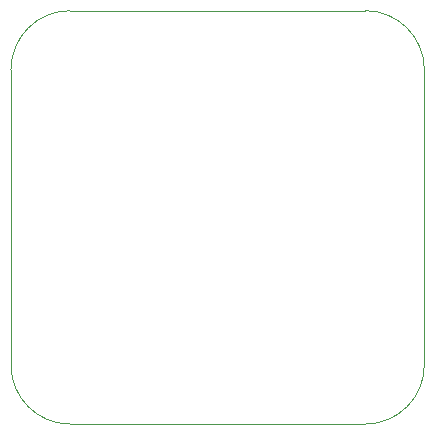
<source format=gbr>
%TF.GenerationSoftware,KiCad,Pcbnew,8.0.1*%
%TF.CreationDate,2024-11-19T12:42:29-08:00*%
%TF.ProjectId,DuplexUARTtoHalf,4475706c-6578-4554-9152-54746f48616c,rev?*%
%TF.SameCoordinates,Original*%
%TF.FileFunction,Profile,NP*%
%FSLAX46Y46*%
G04 Gerber Fmt 4.6, Leading zero omitted, Abs format (unit mm)*
G04 Created by KiCad (PCBNEW 8.0.1) date 2024-11-19 12:42:29*
%MOMM*%
%LPD*%
G01*
G04 APERTURE LIST*
%TA.AperFunction,Profile*%
%ADD10C,0.100000*%
%TD*%
G04 APERTURE END LIST*
D10*
X140000000Y-100000000D02*
X140000000Y-75000000D01*
X170000000Y-105000000D02*
X145000000Y-105000000D01*
X175000000Y-75000000D02*
X175000000Y-100000000D01*
X145000000Y-70000000D02*
X170000000Y-70000000D01*
X145000000Y-105000000D02*
G75*
G02*
X140000000Y-100000000I0J5000000D01*
G01*
X175000000Y-100000000D02*
G75*
G02*
X170000000Y-105000000I-5000000J0D01*
G01*
X170000000Y-70000000D02*
G75*
G02*
X175000000Y-75000000I0J-5000000D01*
G01*
X140000000Y-75000000D02*
G75*
G02*
X145000000Y-70000000I5000000J0D01*
G01*
M02*

</source>
